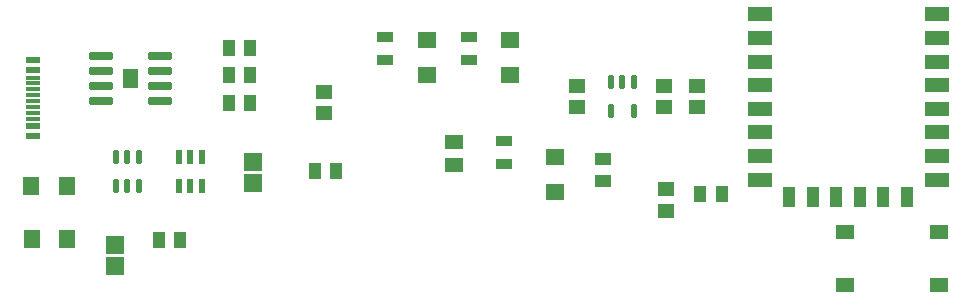
<source format=gtp>
%FSTAX23Y23*%
%MOIN*%
%SFA1B1*%

%IPPOS*%
%AMD31*
4,1,8,0.011600,-0.018000,0.011600,0.018000,0.005800,0.023800,-0.005800,0.023800,-0.011600,0.018000,-0.011600,-0.018000,-0.005800,-0.023800,0.005800,-0.023800,0.011600,-0.018000,0.0*
1,1,0.011614,0.005800,-0.018000*
1,1,0.011614,0.005800,0.018000*
1,1,0.011614,-0.005800,0.018000*
1,1,0.011614,-0.005800,-0.018000*
%
%AMD33*
4,1,8,0.035800,0.011800,-0.035800,0.011800,-0.038800,0.008900,-0.038800,-0.008900,-0.035800,-0.011800,0.035800,-0.011800,0.038800,-0.008900,0.038800,0.008900,0.035800,0.011800,0.0*
1,1,0.005906,0.035800,0.008900*
1,1,0.005906,-0.035800,0.008900*
1,1,0.005906,-0.035800,-0.008900*
1,1,0.005906,0.035800,-0.008900*
%
%ADD18R,0.043307X0.066929*%
%ADD19R,0.078740X0.047244*%
%ADD20R,0.045275X0.023622*%
%ADD21R,0.045275X0.011811*%
%ADD22R,0.057087X0.045275*%
%ADD23R,0.039764X0.054331*%
%ADD24R,0.054331X0.039764*%
%ADD25R,0.039370X0.053150*%
%ADD26R,0.023228X0.047638*%
%ADD27R,0.061024X0.051181*%
%ADD28R,0.054331X0.036220*%
%ADD29R,0.062992X0.055118*%
%ADD30R,0.059441X0.051421*%
G04~CAMADD=31~8~0.0~0.0~476.4~232.3~58.1~0.0~15~0.0~0.0~0.0~0.0~0~0.0~0.0~0.0~0.0~0~0.0~0.0~0.0~270.0~232.0~476.0*
%ADD31D31*%
%ADD32R,0.061268X0.059236*%
G04~CAMADD=33~8~0.0~0.0~775.6~236.2~29.5~0.0~15~0.0~0.0~0.0~0.0~0~0.0~0.0~0.0~0.0~0~0.0~0.0~0.0~0.0~775.6~236.2*
%ADD33D33*%
%ADD34R,0.055118X0.062992*%
%LNflowmeter-1*%
%LPD*%
G36*
X00605Y00737D02*
X00554D01*
Y00802*
X00605*
Y00737*
G37*
G54D18*
X03169Y00374D03*
X0309D03*
X03011D03*
X02933D03*
X02854D03*
X02775D03*
G54D19*
X03267Y00984D03*
Y00905D03*
Y00826D03*
Y00748D03*
Y00669D03*
Y0059D03*
Y00511D03*
Y00433D03*
X02677D03*
Y00511D03*
Y0059D03*
Y00669D03*
Y00748D03*
Y00826D03*
Y00905D03*
Y00984D03*
G54D20*
X00254Y00579D03*
Y0083D03*
Y00799D03*
Y0061D03*
G54D21*
X00254Y00636D03*
Y00655D03*
Y00675D03*
Y00695D03*
Y00714D03*
Y00734D03*
Y00754D03*
Y00773D03*
G54D22*
X02365Y004D03*
Y00329D03*
X0247Y00674D03*
Y00745D03*
X0236Y00674D03*
Y00745D03*
X0207Y00674D03*
Y00745D03*
X01225Y00725D03*
Y00654D03*
G54D23*
X02477Y00385D03*
X02552D03*
G54D24*
X02155Y00502D03*
Y00427D03*
G54D25*
X00674Y0023D03*
X00745D03*
X01194Y0046D03*
X01265D03*
X00909Y00781D03*
X0098D03*
X0098Y00873D03*
X00909D03*
X0098Y00688D03*
X00909D03*
G54D26*
X00817Y00509D03*
X0078D03*
X00742D03*
Y0041D03*
X00817D03*
X0078D03*
G54D27*
X03276Y00081D03*
X02963D03*
X03276Y00258D03*
X02963D03*
G54D28*
X0171Y00907D03*
Y00832D03*
X01825Y00485D03*
Y0056D03*
X0143Y00907D03*
Y00832D03*
G54D29*
X01845Y0078D03*
Y00899D03*
X0157Y0078D03*
Y00899D03*
X01995Y00509D03*
Y0039D03*
G54D30*
X0166Y00558D03*
Y00481D03*
G54D31*
X02257Y00759D03*
X0222D03*
X02182D03*
Y0066D03*
X02257D03*
X00532Y0041D03*
X0057D03*
X00607D03*
X00532Y00509D03*
X0057D03*
X00607D03*
G54D32*
X0053Y00144D03*
Y00215D03*
X0099Y0042D03*
Y0049D03*
G54D33*
X00482Y00845D03*
Y00795D03*
Y00745D03*
Y00695D03*
X00677D03*
Y00745D03*
Y00795D03*
Y00845D03*
G54D34*
X0025Y0041D03*
X00369D03*
X00251Y00235D03*
X0037D03*
M02*
</source>
